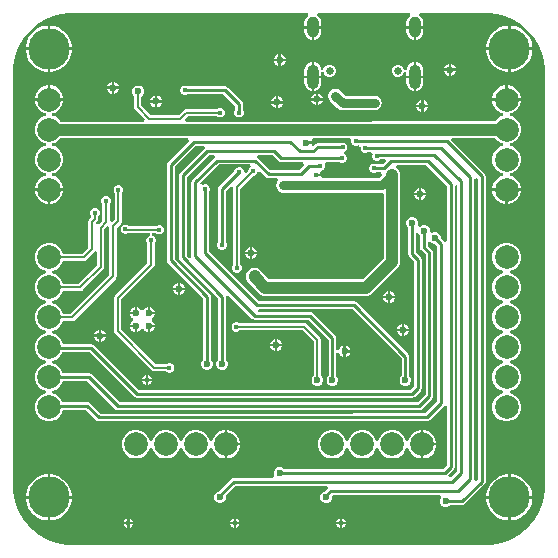
<source format=gbr>
%TF.GenerationSoftware,Altium Limited,Altium Designer,24.5.2 (23)*%
G04 Layer_Physical_Order=2*
G04 Layer_Color=16711680*
%FSLAX45Y45*%
%MOMM*%
%TF.SameCoordinates,5BA462C2-C504-45FF-B61C-4F2A3F915A71*%
%TF.FilePolarity,Positive*%
%TF.FileFunction,Copper,L2,Bot,Signal*%
%TF.Part,Single*%
G01*
G75*
%TA.AperFunction,Conductor*%
%ADD10C,0.20000*%
%ADD32C,1.00000*%
%ADD35C,0.25000*%
%ADD36C,0.80000*%
%TA.AperFunction,ViaPad*%
%ADD41C,3.50000*%
%TA.AperFunction,ComponentPad*%
%ADD42C,2.00000*%
%TA.AperFunction,TestPad*%
%ADD43O,1.00000X2.10000*%
%ADD44C,0.65000*%
%ADD45O,1.00000X1.80000*%
%TA.AperFunction,ViaPad*%
%ADD46C,0.40000*%
%ADD47C,0.60000*%
%TA.AperFunction,Conductor*%
%ADD48R,5.99651X5.98825*%
%ADD49R,5.39954X5.39954*%
G36*
X8649999Y11399999D02*
X8650000Y11399999D01*
X8650000Y11399999D01*
X8682771Y11399999D01*
X8747754Y11391444D01*
X8811064Y11374481D01*
X8871619Y11349398D01*
X8928381Y11316627D01*
X8980381Y11276726D01*
X9026727Y11230380D01*
X9066627Y11178381D01*
X9099399Y11121618D01*
X9124481Y11061064D01*
X9141445Y10997754D01*
X9150000Y10932771D01*
X9149999Y10899999D01*
X9150000Y7399999D01*
X9149999Y7399999D01*
X9150000Y7367227D01*
X9141445Y7302245D01*
X9124481Y7238934D01*
X9099398Y7178380D01*
X9066627Y7121618D01*
X9026726Y7069619D01*
X8980380Y7023272D01*
X8928381Y6983372D01*
X8871619Y6950600D01*
X8811064Y6925518D01*
X8747754Y6908554D01*
X8682771Y6899999D01*
X8649999Y6899999D01*
X5150000D01*
X5117228Y6899999D01*
X5052245Y6908554D01*
X4988935Y6925518D01*
X4928381Y6950601D01*
X4871619Y6983372D01*
X4819620Y7023272D01*
X4773273Y7069619D01*
X4733373Y7121618D01*
X4700601Y7178380D01*
X4675519Y7238934D01*
X4658555Y7302244D01*
X4650000Y7367227D01*
X4650000Y7399999D01*
Y10899999D01*
X4650001Y10899999D01*
X4650000Y10899999D01*
X4650000Y10932770D01*
X4658555Y10997753D01*
X4675519Y11061063D01*
X4700601Y11121618D01*
X4733373Y11178380D01*
X4773273Y11230380D01*
X4819619Y11276726D01*
X4871618Y11316626D01*
X4928381Y11349398D01*
X4988935Y11374480D01*
X5052245Y11391444D01*
X5117228Y11399999D01*
X5150000Y11399999D01*
X7142850Y11399999D01*
X7148336Y11386109D01*
X7148379Y11379999D01*
X7135576Y11370175D01*
X7124355Y11355552D01*
X7117302Y11338524D01*
X7114896Y11320250D01*
Y11290251D01*
X7185500D01*
X7256104D01*
Y11320250D01*
X7253698Y11338524D01*
X7246645Y11355552D01*
X7235424Y11370175D01*
X7222621Y11379999D01*
X7222664Y11386109D01*
X7228150Y11399999D01*
X8006850Y11400000D01*
X8012336Y11386109D01*
X8012379Y11380000D01*
X7999575Y11370175D01*
X7988355Y11355552D01*
X7981302Y11338524D01*
X7978896Y11320250D01*
Y11290251D01*
X8049500D01*
X8120104D01*
Y11320250D01*
X8117698Y11338524D01*
X8110644Y11355552D01*
X8099424Y11370175D01*
X8086620Y11380000D01*
X8086663Y11386109D01*
X8092149Y11400000D01*
X8100000D01*
X8649999Y11399999D01*
D02*
G37*
%LPC*%
G36*
X7256104Y11270251D02*
X7195500D01*
Y11170963D01*
X7203774Y11172053D01*
X7220802Y11179106D01*
X7235424Y11190326D01*
X7246645Y11204949D01*
X7253698Y11221977D01*
X7256104Y11240251D01*
Y11270251D01*
D02*
G37*
G36*
X8120104D02*
X8059500D01*
Y11170963D01*
X8067773Y11172053D01*
X8084802Y11179106D01*
X8099424Y11190326D01*
X8110644Y11204949D01*
X8117698Y11221977D01*
X8120104Y11240251D01*
Y11270251D01*
D02*
G37*
G36*
X8039500D02*
X7978896D01*
Y11240251D01*
X7981302Y11221977D01*
X7988355Y11204949D01*
X7999575Y11190326D01*
X8014198Y11179106D01*
X8031226Y11172053D01*
X8039500Y11170963D01*
Y11270251D01*
D02*
G37*
G36*
X7175500D02*
X7114896D01*
Y11240251D01*
X7117302Y11221977D01*
X7124355Y11204949D01*
X7135576Y11190326D01*
X7150198Y11179106D01*
X7167226Y11172053D01*
X7175500Y11170963D01*
Y11270251D01*
D02*
G37*
G36*
X8869206Y11295000D02*
X8860000D01*
Y11110000D01*
X9045000D01*
Y11119206D01*
X9037506Y11156879D01*
X9022807Y11192367D01*
X9001466Y11224305D01*
X8974305Y11251466D01*
X8942367Y11272807D01*
X8906880Y11287506D01*
X8869206Y11295000D01*
D02*
G37*
G36*
X8840000D02*
X8830794D01*
X8793121Y11287506D01*
X8757633Y11272807D01*
X8725695Y11251466D01*
X8698534Y11224305D01*
X8677193Y11192367D01*
X8662494Y11156879D01*
X8655000Y11119206D01*
Y11110000D01*
X8840000D01*
Y11295000D01*
D02*
G37*
G36*
X4969206D02*
X4960000D01*
Y11110000D01*
X5145000D01*
Y11119206D01*
X5137506Y11156879D01*
X5122807Y11192367D01*
X5101466Y11224305D01*
X5074305Y11251466D01*
X5042367Y11272807D01*
X5006879Y11287506D01*
X4969206Y11295000D01*
D02*
G37*
G36*
X4940000D02*
X4930794D01*
X4893121Y11287506D01*
X4857633Y11272807D01*
X4825695Y11251466D01*
X4798534Y11224305D01*
X4777193Y11192367D01*
X4762494Y11156879D01*
X4755000Y11119206D01*
Y11110000D01*
X4940000D01*
Y11295000D01*
D02*
G37*
G36*
X6915000Y11052477D02*
Y11012500D01*
X6954977D01*
X6947388Y11030823D01*
X6933323Y11044888D01*
X6915000Y11052477D01*
D02*
G37*
G36*
X6895000D02*
X6876677Y11044888D01*
X6862612Y11030823D01*
X6855023Y11012500D01*
X6895000D01*
Y11052477D01*
D02*
G37*
G36*
X6954977Y10992500D02*
X6915000D01*
Y10952523D01*
X6933323Y10960112D01*
X6947388Y10974177D01*
X6954977Y10992500D01*
D02*
G37*
G36*
X6895000D02*
X6855023D01*
X6862612Y10974177D01*
X6876677Y10960112D01*
X6895000Y10952523D01*
Y10992500D01*
D02*
G37*
G36*
X8355000Y10972477D02*
Y10932500D01*
X8394977D01*
X8387388Y10950823D01*
X8373323Y10964888D01*
X8355000Y10972477D01*
D02*
G37*
G36*
X8335000D02*
X8316677Y10964888D01*
X8302612Y10950823D01*
X8295023Y10932500D01*
X8335000D01*
Y10972477D01*
D02*
G37*
G36*
X8039500Y10986538D02*
X8031226Y10985449D01*
X8014198Y10978395D01*
X7999575Y10967175D01*
X7988355Y10952553D01*
X7981302Y10935524D01*
X7979446Y10921427D01*
X7978895Y10917251D01*
X7959000Y10917502D01*
X7959000Y10922693D01*
X7951007Y10941989D01*
X7936239Y10956758D01*
X7916943Y10964750D01*
X7896057D01*
X7876761Y10956758D01*
X7861992Y10941989D01*
X7854000Y10922693D01*
Y10901808D01*
X7861992Y10882512D01*
X7876761Y10867743D01*
X7896057Y10859750D01*
X7916943D01*
X7936239Y10867743D01*
X7951007Y10882512D01*
X7957448Y10898061D01*
X7959000Y10901807D01*
X7978895Y10901556D01*
X7978896Y10897353D01*
Y10872251D01*
X8039500D01*
Y10986538D01*
D02*
G37*
G36*
X9045000Y11090000D02*
X8860000D01*
Y10905000D01*
X8869206D01*
X8906880Y10912494D01*
X8942367Y10927193D01*
X8974305Y10948534D01*
X9001466Y10975695D01*
X9022807Y11007633D01*
X9037506Y11043120D01*
X9045000Y11080794D01*
Y11090000D01*
D02*
G37*
G36*
X8840000D02*
X8655000D01*
Y11080794D01*
X8662494Y11043120D01*
X8677193Y11007633D01*
X8698534Y10975695D01*
X8725695Y10948534D01*
X8757633Y10927193D01*
X8793121Y10912494D01*
X8830794Y10905000D01*
X8840000D01*
Y11090000D01*
D02*
G37*
G36*
X5145000D02*
X4960000D01*
Y10905000D01*
X4969206D01*
X5006879Y10912494D01*
X5042367Y10927193D01*
X5074305Y10948534D01*
X5101466Y10975695D01*
X5122807Y11007633D01*
X5137506Y11043120D01*
X5145000Y11080794D01*
Y11090000D01*
D02*
G37*
G36*
X4940000D02*
X4755000D01*
Y11080794D01*
X4762494Y11043120D01*
X4777193Y11007633D01*
X4798534Y10975695D01*
X4825695Y10948534D01*
X4857633Y10927193D01*
X4893121Y10912494D01*
X4930794Y10905000D01*
X4940000D01*
Y11090000D01*
D02*
G37*
G36*
X8394977Y10912500D02*
X8355000D01*
Y10872523D01*
X8373323Y10880112D01*
X8387388Y10894177D01*
X8394977Y10912500D01*
D02*
G37*
G36*
X8335000D02*
X8295023D01*
X8302612Y10894177D01*
X8316677Y10880112D01*
X8335000Y10872523D01*
Y10912500D01*
D02*
G37*
G36*
X8059500Y10986538D02*
Y10872251D01*
X8120104D01*
Y10917251D01*
X8117698Y10935524D01*
X8110644Y10952553D01*
X8099424Y10967175D01*
X8084802Y10978395D01*
X8067773Y10985449D01*
X8059500Y10986538D01*
D02*
G37*
G36*
X7175501Y10986538D02*
X7167226Y10985449D01*
X7150198Y10978395D01*
X7135576Y10967175D01*
X7124355Y10952553D01*
X7117302Y10935524D01*
X7114896Y10917251D01*
Y10872251D01*
X7175501D01*
Y10986538D01*
D02*
G37*
G36*
X7195500Y10986538D02*
Y10872251D01*
X7256104D01*
Y10897353D01*
X7256104Y10901556D01*
X7276000Y10901807D01*
X7277552Y10898061D01*
X7283993Y10882512D01*
X7298761Y10867743D01*
X7318057Y10859750D01*
X7338943D01*
X7358239Y10867743D01*
X7373007Y10882512D01*
X7381000Y10901808D01*
Y10922693D01*
X7373007Y10941989D01*
X7358239Y10956758D01*
X7338943Y10964750D01*
X7318057D01*
X7298761Y10956758D01*
X7283993Y10941989D01*
X7276000Y10922693D01*
X7275999Y10917502D01*
X7256104Y10917251D01*
X7255554Y10921427D01*
X7253698Y10935524D01*
X7246645Y10952553D01*
X7235424Y10967175D01*
X7220802Y10978395D01*
X7203774Y10985449D01*
X7195500Y10986538D01*
D02*
G37*
G36*
X5502500Y10819977D02*
Y10780000D01*
X5542477D01*
X5534888Y10798323D01*
X5520823Y10812388D01*
X5502500Y10819977D01*
D02*
G37*
G36*
X5482500D02*
X5464177Y10812388D01*
X5450112Y10798323D01*
X5442523Y10780000D01*
X5482500D01*
Y10819977D01*
D02*
G37*
G36*
X8120104Y10852251D02*
X8059500D01*
Y10737963D01*
X8067773Y10739052D01*
X8084802Y10746106D01*
X8099424Y10757326D01*
X8110644Y10771948D01*
X8117698Y10788977D01*
X8120104Y10807250D01*
Y10852251D01*
D02*
G37*
G36*
X7256104D02*
X7195500D01*
Y10737963D01*
X7203774Y10739052D01*
X7220802Y10746106D01*
X7235424Y10757326D01*
X7246645Y10771948D01*
X7253698Y10788977D01*
X7256104Y10807250D01*
Y10852251D01*
D02*
G37*
G36*
X8039500D02*
X7978896D01*
Y10807250D01*
X7981302Y10788977D01*
X7988355Y10771948D01*
X7999575Y10757326D01*
X8014198Y10746106D01*
X8031226Y10739052D01*
X8039500Y10737963D01*
Y10852251D01*
D02*
G37*
G36*
X7175501D02*
X7114896D01*
Y10807250D01*
X7117302Y10788977D01*
X7124355Y10771948D01*
X7135576Y10757326D01*
X7150198Y10746106D01*
X7167226Y10739052D01*
X7175501Y10737963D01*
Y10852251D01*
D02*
G37*
G36*
X5542477Y10760000D02*
X5502500D01*
Y10720023D01*
X5520823Y10727612D01*
X5534888Y10741677D01*
X5542477Y10760000D01*
D02*
G37*
G36*
X5482500D02*
X5442523D01*
X5450112Y10741677D01*
X5464177Y10727612D01*
X5482500Y10720023D01*
Y10760000D01*
D02*
G37*
G36*
X7232500Y10719977D02*
Y10680000D01*
X7272477D01*
X7264888Y10698323D01*
X7250823Y10712388D01*
X7232500Y10719977D01*
D02*
G37*
G36*
X7212500D02*
X7194177Y10712388D01*
X7180112Y10698323D01*
X7172523Y10680000D01*
X7212500D01*
Y10719977D01*
D02*
G37*
G36*
X8842298Y10788000D02*
X8836500D01*
Y10678000D01*
X8946500D01*
Y10683798D01*
X8938322Y10714318D01*
X8922524Y10741682D01*
X8900182Y10764024D01*
X8872818Y10779822D01*
X8842298Y10788000D01*
D02*
G37*
G36*
X4968798D02*
X4963000D01*
Y10678000D01*
X5073000D01*
Y10683798D01*
X5064822Y10714318D01*
X5049024Y10741682D01*
X5026682Y10764024D01*
X4999318Y10779822D01*
X4968798Y10788000D01*
D02*
G37*
G36*
X8816500D02*
X8810702D01*
X8780182Y10779822D01*
X8752818Y10764024D01*
X8730476Y10741682D01*
X8714678Y10714318D01*
X8706500Y10683798D01*
Y10678000D01*
X8816500D01*
Y10788000D01*
D02*
G37*
G36*
X4943000D02*
X4937202D01*
X4906682Y10779822D01*
X4879318Y10764024D01*
X4856976Y10741682D01*
X4841178Y10714318D01*
X4833000Y10683798D01*
Y10678000D01*
X4943000D01*
Y10788000D01*
D02*
G37*
G36*
X5870000Y10702477D02*
Y10662500D01*
X5909978D01*
X5902388Y10680823D01*
X5888323Y10694888D01*
X5870000Y10702477D01*
D02*
G37*
G36*
X5850000D02*
X5831677Y10694888D01*
X5817612Y10680823D01*
X5810023Y10662500D01*
X5850000D01*
Y10702477D01*
D02*
G37*
G36*
X6895000Y10694977D02*
Y10655000D01*
X6934977D01*
X6927388Y10673323D01*
X6913323Y10687388D01*
X6895000Y10694977D01*
D02*
G37*
G36*
X6875000D02*
X6856677Y10687388D01*
X6842612Y10673323D01*
X6835023Y10655000D01*
X6875000D01*
Y10694977D01*
D02*
G37*
G36*
X8123750Y10663727D02*
Y10623750D01*
X8163727D01*
X8156138Y10642073D01*
X8142073Y10656138D01*
X8123750Y10663727D01*
D02*
G37*
G36*
X8103750D02*
X8085427Y10656138D01*
X8071362Y10642073D01*
X8063773Y10623750D01*
X8103750D01*
Y10663727D01*
D02*
G37*
G36*
X7272477Y10660000D02*
X7232500D01*
Y10620023D01*
X7250823Y10627612D01*
X7264888Y10641677D01*
X7272477Y10660000D01*
D02*
G37*
G36*
X7212500D02*
X7172523D01*
X7180112Y10641677D01*
X7194177Y10627612D01*
X7212500Y10620023D01*
Y10660000D01*
D02*
G37*
G36*
X5909978Y10642500D02*
X5870000D01*
Y10602523D01*
X5888323Y10610112D01*
X5902388Y10624177D01*
X5909978Y10642500D01*
D02*
G37*
G36*
X5850000D02*
X5810023D01*
X5817612Y10624177D01*
X5831677Y10610112D01*
X5850000Y10602523D01*
Y10642500D01*
D02*
G37*
G36*
X6934977Y10635000D02*
X6895000D01*
Y10595023D01*
X6913323Y10602612D01*
X6927388Y10616677D01*
X6934977Y10635000D01*
D02*
G37*
G36*
X6875000D02*
X6835023D01*
X6842612Y10616677D01*
X6856677Y10602612D01*
X6875000Y10595023D01*
Y10635000D01*
D02*
G37*
G36*
X7377500Y10761175D02*
X7354089Y10756519D01*
X7334243Y10743257D01*
X7320981Y10723411D01*
X7316325Y10700000D01*
X7320981Y10676589D01*
X7334243Y10656742D01*
X7394243Y10596742D01*
X7414089Y10583481D01*
X7437500Y10578825D01*
X7710000D01*
X7733411Y10583481D01*
X7753258Y10596743D01*
X7766519Y10616589D01*
X7771175Y10640000D01*
X7766519Y10663411D01*
X7753258Y10683258D01*
X7733411Y10696519D01*
X7710000Y10701175D01*
X7462840D01*
X7420758Y10743257D01*
X7400911Y10756519D01*
X7377500Y10761175D01*
D02*
G37*
G36*
X8163727Y10603750D02*
X8123750D01*
Y10563773D01*
X8142073Y10571362D01*
X8156138Y10585427D01*
X8163727Y10603750D01*
D02*
G37*
G36*
X8103750D02*
X8063773D01*
X8071362Y10585427D01*
X8085427Y10571362D01*
X8103750Y10563773D01*
Y10603750D01*
D02*
G37*
G36*
X6112957Y10787500D02*
X6097043D01*
X6082342Y10781410D01*
X6071090Y10770158D01*
X6065000Y10755457D01*
Y10739543D01*
X6071090Y10724842D01*
X6082342Y10713590D01*
X6097043Y10707500D01*
X6112957D01*
X6127658Y10713590D01*
X6128432Y10714363D01*
X6428775D01*
X6526864Y10616275D01*
Y10580932D01*
X6526090Y10580158D01*
X6520000Y10565457D01*
Y10549544D01*
X6526090Y10534842D01*
X6537342Y10523590D01*
X6552044Y10517500D01*
X6567957D01*
X6582658Y10523590D01*
X6593910Y10534842D01*
X6600000Y10549544D01*
Y10565457D01*
X6593910Y10580158D01*
X6593137Y10580932D01*
Y10630000D01*
X6590614Y10642681D01*
X6583431Y10653431D01*
X6465931Y10770931D01*
X6455181Y10778114D01*
X6442500Y10780637D01*
X6128432D01*
X6127658Y10781410D01*
X6112957Y10787500D01*
D02*
G37*
G36*
X5717446D02*
X5697554D01*
X5679177Y10779888D01*
X5665112Y10765823D01*
X5657500Y10747446D01*
Y10727554D01*
X5665112Y10709177D01*
X5671912Y10702377D01*
Y10605001D01*
X5671912Y10605000D01*
X5674241Y10593295D01*
X5680871Y10583371D01*
X5762415Y10501827D01*
X5754131Y10481827D01*
X5052404D01*
X5049024Y10487682D01*
X5026682Y10510024D01*
X4999318Y10525822D01*
X4981311Y10530647D01*
Y10551353D01*
X4999318Y10556178D01*
X5026682Y10571976D01*
X5049024Y10594318D01*
X5064822Y10621682D01*
X5073000Y10652202D01*
Y10658000D01*
X4953000D01*
X4833000D01*
Y10652202D01*
X4841178Y10621682D01*
X4856976Y10594318D01*
X4879318Y10571976D01*
X4906682Y10556178D01*
X4924689Y10551353D01*
Y10530647D01*
X4906682Y10525822D01*
X4879318Y10510024D01*
X4856976Y10487682D01*
X4841178Y10460318D01*
X4833000Y10429798D01*
Y10398202D01*
X4841178Y10367682D01*
X4856976Y10340318D01*
X4879318Y10317976D01*
X4906682Y10302178D01*
X4924689Y10297353D01*
Y10276647D01*
X4906682Y10271822D01*
X4879318Y10256024D01*
X4856976Y10233682D01*
X4841178Y10206318D01*
X4833000Y10175798D01*
Y10144202D01*
X4841178Y10113682D01*
X4856976Y10086318D01*
X4879318Y10063976D01*
X4906682Y10048178D01*
X4924689Y10043353D01*
Y10022647D01*
X4906682Y10017822D01*
X4879318Y10002024D01*
X4856976Y9979682D01*
X4841178Y9952318D01*
X4833000Y9921798D01*
Y9916000D01*
X4953000D01*
X5073000D01*
Y9921798D01*
X5064822Y9952318D01*
X5049024Y9979682D01*
X5026682Y10002024D01*
X4999318Y10017822D01*
X4981311Y10022647D01*
Y10043353D01*
X4999318Y10048178D01*
X5026682Y10063976D01*
X5049024Y10086318D01*
X5064822Y10113682D01*
X5073000Y10144202D01*
Y10175798D01*
X5064822Y10206318D01*
X5049024Y10233682D01*
X5026682Y10256024D01*
X4999318Y10271822D01*
X4981311Y10276647D01*
Y10297353D01*
X4999318Y10302178D01*
X5026682Y10317976D01*
X5049024Y10340318D01*
X5049198Y10340620D01*
X6130473D01*
X6138757Y10320620D01*
X5959069Y10140931D01*
X5951886Y10130181D01*
X5949364Y10117500D01*
Y9307500D01*
X5951886Y9294819D01*
X5959069Y9284069D01*
X6256864Y8986274D01*
Y8467574D01*
X6247612Y8458323D01*
X6240000Y8439946D01*
Y8420054D01*
X6247612Y8401677D01*
X6261677Y8387612D01*
X6280054Y8380000D01*
X6299946D01*
X6318323Y8387612D01*
X6332388Y8401677D01*
X6340000Y8420054D01*
Y8439946D01*
X6332388Y8458323D01*
X6323137Y8467574D01*
Y9000000D01*
X6320614Y9012681D01*
X6313431Y9023431D01*
X6015637Y9321225D01*
Y10103775D01*
X6191226Y10279363D01*
X6260938D01*
X6263471Y10276068D01*
X6269069Y10255931D01*
X6064069Y10050931D01*
X6056886Y10040181D01*
X6054363Y10027500D01*
Y9332501D01*
X6056886Y9319820D01*
X6064069Y9309070D01*
X6386864Y8986275D01*
Y8467574D01*
X6377612Y8458323D01*
X6370000Y8439946D01*
Y8420054D01*
X6377612Y8401677D01*
X6391677Y8387612D01*
X6410054Y8380000D01*
X6429946D01*
X6448323Y8387612D01*
X6462388Y8401677D01*
X6470000Y8420054D01*
Y8439946D01*
X6462388Y8458323D01*
X6453137Y8467574D01*
Y9000000D01*
X6452090Y9005264D01*
X6470522Y9015116D01*
X6671569Y8814069D01*
X6682319Y8806886D01*
X6695000Y8804363D01*
X7151274D01*
X7319363Y8636274D01*
Y8330074D01*
X7310112Y8320823D01*
X7302500Y8302446D01*
Y8282554D01*
X7310112Y8264177D01*
X7324177Y8250112D01*
X7342554Y8242500D01*
X7362446D01*
X7380823Y8250112D01*
X7394888Y8264177D01*
X7402500Y8282554D01*
Y8302446D01*
X7394888Y8320823D01*
X7385636Y8330074D01*
Y8524972D01*
X7404959Y8526608D01*
X7412571Y8508231D01*
X7426636Y8494165D01*
X7444959Y8486576D01*
Y8536553D01*
Y8586531D01*
X7426636Y8578941D01*
X7412571Y8564876D01*
X7404959Y8546499D01*
X7385636Y8548135D01*
Y8650000D01*
X7383114Y8662681D01*
X7375931Y8673431D01*
X7188431Y8860931D01*
X7177681Y8868114D01*
X7165000Y8870637D01*
X6720570D01*
X6720468Y8870696D01*
X6718416Y8874363D01*
X6730141Y8894363D01*
X7521275D01*
X7936863Y8478775D01*
Y8330074D01*
X7927612Y8320823D01*
X7920000Y8302446D01*
Y8282554D01*
X7927612Y8264177D01*
X7941677Y8250112D01*
X7960054Y8242500D01*
X7979946D01*
X7998323Y8250112D01*
X8012388Y8264177D01*
X8020000Y8282554D01*
Y8302446D01*
X8012388Y8320823D01*
X8003137Y8330074D01*
Y8492500D01*
X8000614Y8505181D01*
X7993431Y8515931D01*
X7558431Y8950931D01*
X7547681Y8958114D01*
X7535000Y8960637D01*
X6731226D01*
X6305637Y9386226D01*
Y9886568D01*
X6306410Y9887342D01*
X6312500Y9902043D01*
Y9917957D01*
X6306410Y9932658D01*
X6295158Y9943910D01*
X6280457Y9950000D01*
X6264543D01*
X6255475Y9946244D01*
X6237640Y9952082D01*
X6232902Y9955254D01*
X6231361Y9961999D01*
X6388726Y10119363D01*
X6657993D01*
X6661971Y10099363D01*
X6654842Y10096410D01*
X6643590Y10085158D01*
X6637500Y10070457D01*
Y10065758D01*
X6622500Y10050758D01*
X6602500Y10059042D01*
Y10062957D01*
X6596410Y10077658D01*
X6585158Y10088910D01*
X6570457Y10095000D01*
X6554543D01*
X6539842Y10088910D01*
X6528590Y10077658D01*
X6522500Y10062957D01*
Y10061862D01*
X6394069Y9933431D01*
X6386886Y9922681D01*
X6384363Y9910000D01*
Y9460932D01*
X6383590Y9460158D01*
X6377500Y9445457D01*
Y9429543D01*
X6383590Y9414842D01*
X6394842Y9403590D01*
X6409543Y9397500D01*
X6425457D01*
X6440158Y9403590D01*
X6451410Y9414842D01*
X6457500Y9429543D01*
Y9445457D01*
X6451410Y9460158D01*
X6450637Y9460932D01*
Y9896275D01*
X6493919Y9939556D01*
X6512350Y9929704D01*
X6511912Y9927500D01*
X6511912Y9927499D01*
Y9268481D01*
X6508590Y9265158D01*
X6502500Y9250456D01*
Y9234543D01*
X6508590Y9219842D01*
X6519842Y9208590D01*
X6534543Y9202500D01*
X6550457D01*
X6565158Y9208590D01*
X6576410Y9219842D01*
X6582500Y9234543D01*
Y9250456D01*
X6576410Y9265158D01*
X6573088Y9268481D01*
Y9914830D01*
X6680758Y10022500D01*
X6685457D01*
X6700158Y10028590D01*
X6711410Y10039842D01*
X6717500Y10054544D01*
Y10057354D01*
X6737500Y10065638D01*
X6789069Y10014069D01*
X6799819Y10006886D01*
X6812500Y10004364D01*
X6883589D01*
X6889197Y9991566D01*
X6890811Y9984364D01*
X6878481Y9965911D01*
X6873825Y9942500D01*
X6878481Y9919089D01*
X6891743Y9899243D01*
X6911589Y9885981D01*
X6935000Y9881325D01*
X7140349D01*
X7145502Y9875124D01*
X7152896Y9861324D01*
X7152131Y9857477D01*
Y9317523D01*
X7153683Y9309719D01*
X7158103Y9303104D01*
X7164719Y9298683D01*
X7172523Y9297131D01*
X7712477D01*
X7720281Y9298683D01*
X7726896Y9303104D01*
X7731317Y9309719D01*
X7732869Y9317523D01*
Y9857477D01*
X7732104Y9861324D01*
X7739497Y9875124D01*
X7744651Y9881325D01*
X7770000D01*
X7771436Y9881610D01*
X7786896Y9868922D01*
Y9326745D01*
X7608255Y9148104D01*
X6811745D01*
X6754774Y9205075D01*
X6753645Y9207802D01*
X6742424Y9222425D01*
X6727802Y9233645D01*
X6710773Y9240698D01*
X6692500Y9243104D01*
X6674226Y9240698D01*
X6657198Y9233645D01*
X6642575Y9222425D01*
X6631355Y9207802D01*
X6624302Y9190774D01*
X6621896Y9172500D01*
Y9167500D01*
X6624302Y9149227D01*
X6631355Y9132198D01*
X6642575Y9117576D01*
X6732576Y9027576D01*
X6747198Y9016355D01*
X6764227Y9009302D01*
X6782500Y9006896D01*
X7633716D01*
X7635608Y9007145D01*
X7637500Y9006896D01*
X7655774Y9009302D01*
X7672802Y9016355D01*
X7687425Y9027576D01*
X7907424Y9247575D01*
X7918645Y9262198D01*
X7925698Y9279226D01*
X7928104Y9297500D01*
Y10030000D01*
X7925698Y10048274D01*
X7918645Y10065302D01*
X7907424Y10079924D01*
X7892802Y10091145D01*
X7891067Y10091863D01*
X7895045Y10111863D01*
X8143775D01*
X8319363Y9936275D01*
Y9469361D01*
X8299363Y9463294D01*
X8295931Y9468431D01*
X8270000Y9494362D01*
Y9507446D01*
X8262388Y9525823D01*
X8248323Y9539888D01*
X8229946Y9547500D01*
X8210054D01*
X8195612Y9541518D01*
X8185620Y9546227D01*
X8184592Y9546937D01*
X8177500Y9553995D01*
Y9569946D01*
X8169888Y9588323D01*
X8155823Y9602388D01*
X8137445Y9610000D01*
X8117554D01*
X8099177Y9602388D01*
X8090171Y9593382D01*
X8073216Y9604711D01*
X8077500Y9615054D01*
Y9634946D01*
X8069888Y9653323D01*
X8055823Y9667388D01*
X8037446Y9675000D01*
X8017554D01*
X7999177Y9667388D01*
X7985112Y9653323D01*
X7977500Y9634946D01*
Y9615054D01*
X7985112Y9596677D01*
X7994363Y9587426D01*
Y9360000D01*
X7996886Y9347319D01*
X8004069Y9336569D01*
X8041864Y9298774D01*
Y8241226D01*
X8011275Y8210637D01*
X5711226D01*
X5334286Y8587576D01*
X5323536Y8594759D01*
X5310855Y8597282D01*
X5070593D01*
X5064822Y8618818D01*
X5049024Y8646182D01*
X5026682Y8668524D01*
X4999318Y8684322D01*
X4981311Y8689147D01*
Y8709853D01*
X4999318Y8714678D01*
X5026682Y8730476D01*
X5049024Y8752818D01*
X5064822Y8780182D01*
X5069037Y8795912D01*
X5148999D01*
X5149000Y8795912D01*
X5160705Y8798241D01*
X5170629Y8804871D01*
X5516628Y9150870D01*
X5516629Y9150871D01*
X5523259Y9160794D01*
X5525588Y9172500D01*
Y9582330D01*
X5561628Y9618371D01*
X5561629Y9618371D01*
X5568259Y9628295D01*
X5570588Y9640000D01*
X5570588Y9640001D01*
Y9879019D01*
X5573910Y9882342D01*
X5580000Y9897043D01*
Y9912957D01*
X5573910Y9927658D01*
X5562658Y9938910D01*
X5547957Y9945000D01*
X5532044D01*
X5517342Y9938910D01*
X5506090Y9927658D01*
X5500000Y9912957D01*
Y9897043D01*
X5506090Y9882342D01*
X5509412Y9879019D01*
Y9652670D01*
X5484811Y9628069D01*
X5484649Y9628085D01*
X5465588Y9637130D01*
Y9786519D01*
X5468910Y9789842D01*
X5475000Y9804544D01*
Y9820457D01*
X5468910Y9835158D01*
X5457658Y9846410D01*
X5442957Y9852500D01*
X5427044D01*
X5412342Y9846410D01*
X5401090Y9835158D01*
X5395000Y9820457D01*
Y9804544D01*
X5401090Y9789842D01*
X5404412Y9786519D01*
Y9642670D01*
X5373554Y9611811D01*
X5355142Y9616127D01*
X5352339Y9618140D01*
X5350876Y9627618D01*
X5361629Y9638371D01*
X5368259Y9648295D01*
X5370588Y9660000D01*
X5370588Y9660001D01*
Y9681519D01*
X5376410Y9687342D01*
X5382500Y9702043D01*
Y9717956D01*
X5376410Y9732658D01*
X5365158Y9743910D01*
X5350457Y9750000D01*
X5334544D01*
X5319842Y9743910D01*
X5308590Y9732658D01*
X5302500Y9717956D01*
Y9702043D01*
X5308590Y9687342D01*
X5309412Y9686519D01*
Y9672670D01*
X5293371Y9656629D01*
X5286741Y9646705D01*
X5284412Y9635000D01*
X5284412Y9634999D01*
Y9415170D01*
X5234330Y9365088D01*
X5069037D01*
X5064822Y9380818D01*
X5049024Y9408182D01*
X5026682Y9430524D01*
X4999318Y9446322D01*
X4968798Y9454500D01*
X4937202D01*
X4906682Y9446322D01*
X4879318Y9430524D01*
X4856976Y9408182D01*
X4841178Y9380818D01*
X4833000Y9350298D01*
Y9318702D01*
X4841178Y9288182D01*
X4856976Y9260818D01*
X4879318Y9238476D01*
X4906682Y9222678D01*
X4924689Y9217853D01*
Y9197147D01*
X4906682Y9192322D01*
X4879318Y9176524D01*
X4856976Y9154182D01*
X4841178Y9126818D01*
X4833000Y9096298D01*
Y9064702D01*
X4841178Y9034182D01*
X4856976Y9006818D01*
X4879318Y8984476D01*
X4906682Y8968678D01*
X4924689Y8963853D01*
Y8943147D01*
X4906682Y8938322D01*
X4879318Y8922524D01*
X4856976Y8900182D01*
X4841178Y8872818D01*
X4833000Y8842298D01*
Y8810702D01*
X4841178Y8780182D01*
X4856976Y8752818D01*
X4879318Y8730476D01*
X4906682Y8714678D01*
X4924689Y8709853D01*
Y8689147D01*
X4906682Y8684322D01*
X4879318Y8668524D01*
X4856976Y8646182D01*
X4841178Y8618818D01*
X4833000Y8588298D01*
Y8556702D01*
X4841178Y8526182D01*
X4856976Y8498818D01*
X4879318Y8476476D01*
X4906682Y8460678D01*
X4924689Y8455853D01*
Y8435147D01*
X4906682Y8430322D01*
X4879318Y8414524D01*
X4856976Y8392182D01*
X4841178Y8364818D01*
X4833000Y8334298D01*
Y8302702D01*
X4841178Y8272182D01*
X4856976Y8244818D01*
X4879318Y8222476D01*
X4906682Y8206678D01*
X4924689Y8201853D01*
Y8181147D01*
X4906682Y8176322D01*
X4879318Y8160524D01*
X4856976Y8138182D01*
X4841178Y8110818D01*
X4833000Y8080298D01*
Y8048702D01*
X4841178Y8018182D01*
X4856976Y7990818D01*
X4879318Y7968476D01*
X4906682Y7952678D01*
X4937202Y7944500D01*
X4968798D01*
X4999318Y7952678D01*
X5026682Y7968476D01*
X5049024Y7990818D01*
X5064822Y8018182D01*
X5071168Y8041864D01*
X5263774D01*
X5351569Y7954069D01*
X5362319Y7946886D01*
X5375000Y7944363D01*
X7523800D01*
X7530085Y7945614D01*
X8151250D01*
X8163931Y7948136D01*
X8174681Y7955319D01*
X8295931Y8076569D01*
X8299363Y8081705D01*
X8319363Y8075639D01*
Y7571226D01*
X8288774Y7540636D01*
X6942574D01*
X6933323Y7549888D01*
X6914946Y7557500D01*
X6895054D01*
X6876677Y7549888D01*
X6862612Y7535823D01*
X6855000Y7517445D01*
Y7497554D01*
X6859936Y7485637D01*
X6850021Y7465637D01*
X6515000D01*
X6502319Y7463114D01*
X6491569Y7455931D01*
X6382515Y7346877D01*
X6371677Y7342388D01*
X6357612Y7328323D01*
X6350000Y7309946D01*
Y7290054D01*
X6357612Y7271677D01*
X6371677Y7257612D01*
X6390054Y7250000D01*
X6409946D01*
X6428323Y7257612D01*
X6442388Y7271677D01*
X6450000Y7290054D01*
Y7309946D01*
X6446868Y7317506D01*
X6528726Y7399363D01*
X7308983D01*
X7315050Y7379363D01*
X7314902Y7379264D01*
X7282515Y7346877D01*
X7271677Y7342388D01*
X7257612Y7328323D01*
X7250000Y7309946D01*
Y7290054D01*
X7257612Y7271677D01*
X7271677Y7257612D01*
X7290054Y7250000D01*
X7309946D01*
X7328323Y7257612D01*
X7342388Y7271677D01*
X7350000Y7290054D01*
Y7309945D01*
X7366366Y7322697D01*
X8266201D01*
X8274486Y7302697D01*
X8267612Y7295823D01*
X8260000Y7277446D01*
Y7257554D01*
X8267612Y7239177D01*
X8281677Y7225112D01*
X8300054Y7217500D01*
X8319946D01*
X8338323Y7225112D01*
X8347574Y7234363D01*
X8447500D01*
X8460181Y7236886D01*
X8470931Y7244069D01*
X8638431Y7411569D01*
X8645614Y7422319D01*
X8648136Y7435000D01*
Y10019999D01*
X8648137Y10020000D01*
X8645614Y10032681D01*
X8638431Y10043431D01*
X8358466Y10323396D01*
X8366750Y10343396D01*
X8728699D01*
X8730476Y10340318D01*
X8752818Y10317976D01*
X8780182Y10302178D01*
X8798189Y10297353D01*
Y10276647D01*
X8780182Y10271822D01*
X8752818Y10256024D01*
X8730476Y10233682D01*
X8714678Y10206318D01*
X8706500Y10175798D01*
Y10144202D01*
X8714678Y10113682D01*
X8730476Y10086318D01*
X8752818Y10063976D01*
X8780182Y10048178D01*
X8798189Y10043353D01*
Y10022647D01*
X8780182Y10017822D01*
X8752818Y10002024D01*
X8730476Y9979682D01*
X8714678Y9952318D01*
X8706500Y9921798D01*
Y9916000D01*
X8826500D01*
X8946500D01*
Y9921798D01*
X8938322Y9952318D01*
X8922524Y9979682D01*
X8900182Y10002024D01*
X8872818Y10017822D01*
X8854811Y10022647D01*
Y10043353D01*
X8872818Y10048178D01*
X8900182Y10063976D01*
X8922524Y10086318D01*
X8938322Y10113682D01*
X8946500Y10144202D01*
Y10175798D01*
X8938322Y10206318D01*
X8922524Y10233682D01*
X8900182Y10256024D01*
X8872818Y10271822D01*
X8854811Y10276647D01*
Y10297353D01*
X8872818Y10302178D01*
X8900182Y10317976D01*
X8922524Y10340318D01*
X8938322Y10367682D01*
X8946500Y10398202D01*
Y10429798D01*
X8938322Y10460318D01*
X8922524Y10487682D01*
X8900182Y10510024D01*
X8872818Y10525822D01*
X8854811Y10530647D01*
Y10551353D01*
X8872818Y10556178D01*
X8900182Y10571976D01*
X8922524Y10594318D01*
X8938322Y10621682D01*
X8946500Y10652202D01*
Y10658000D01*
X8826500D01*
X8706500D01*
Y10652202D01*
X8714678Y10621682D01*
X8730476Y10594318D01*
X8752818Y10571976D01*
X8780182Y10556178D01*
X8798189Y10551353D01*
Y10530647D01*
X8780182Y10525822D01*
X8752818Y10510024D01*
X8730476Y10487682D01*
X8728699Y10484604D01*
X7689000D01*
X7677606Y10483104D01*
X7282500D01*
X7272806Y10481827D01*
X6110870D01*
X6102585Y10501827D01*
X6127670Y10526912D01*
X6372858D01*
X6376181Y10523590D01*
X6390883Y10517500D01*
X6406796D01*
X6421497Y10523590D01*
X6432749Y10534842D01*
X6438839Y10549544D01*
Y10565457D01*
X6432749Y10580158D01*
X6421497Y10591410D01*
X6406796Y10597500D01*
X6390883D01*
X6376181Y10591410D01*
X6372858Y10588088D01*
X6115000D01*
X6103295Y10585759D01*
X6093371Y10579129D01*
X6093371Y10579128D01*
X6052330Y10538088D01*
X5812670D01*
X5733088Y10617670D01*
Y10693979D01*
X5735823Y10695112D01*
X5749888Y10709177D01*
X5757500Y10727554D01*
Y10747446D01*
X5749888Y10765823D01*
X5735823Y10779888D01*
X5717446Y10787500D01*
D02*
G37*
G36*
X8105000Y9919977D02*
Y9880000D01*
X8144977D01*
X8137388Y9898323D01*
X8123323Y9912388D01*
X8105000Y9919977D01*
D02*
G37*
G36*
X8085000D02*
X8066677Y9912388D01*
X8052612Y9898323D01*
X8045023Y9880000D01*
X8085000D01*
Y9919977D01*
D02*
G37*
G36*
X8144977Y9860000D02*
X8105000D01*
Y9820023D01*
X8123323Y9827612D01*
X8137388Y9841677D01*
X8144977Y9860000D01*
D02*
G37*
G36*
X8085000D02*
X8045023D01*
X8052612Y9841677D01*
X8066677Y9827612D01*
X8085000Y9820023D01*
Y9860000D01*
D02*
G37*
G36*
X8946500Y9896000D02*
X8836500D01*
Y9786000D01*
X8842298D01*
X8872818Y9794178D01*
X8900182Y9809976D01*
X8922524Y9832318D01*
X8938322Y9859682D01*
X8946500Y9890202D01*
Y9896000D01*
D02*
G37*
G36*
X8816500D02*
X8706500D01*
Y9890202D01*
X8714678Y9859682D01*
X8730476Y9832318D01*
X8752818Y9809976D01*
X8780182Y9794178D01*
X8810702Y9786000D01*
X8816500D01*
Y9896000D01*
D02*
G37*
G36*
X5073000D02*
X4963000D01*
Y9786000D01*
X4968798D01*
X4999318Y9794178D01*
X5026682Y9809976D01*
X5049024Y9832318D01*
X5064822Y9859682D01*
X5073000Y9890202D01*
Y9896000D01*
D02*
G37*
G36*
X4943000D02*
X4833000D01*
Y9890202D01*
X4841178Y9859682D01*
X4856976Y9832318D01*
X4879318Y9809976D01*
X4906682Y9794178D01*
X4937202Y9786000D01*
X4943000D01*
Y9896000D01*
D02*
G37*
G36*
X5607957Y9610000D02*
X5592043D01*
X5577342Y9603910D01*
X5566090Y9592658D01*
X5560000Y9577956D01*
Y9562043D01*
X5566090Y9547342D01*
X5577342Y9536090D01*
X5592043Y9530000D01*
X5607957D01*
X5622658Y9536090D01*
X5623480Y9536912D01*
X5659999D01*
X5660000Y9536912D01*
X5660003Y9536912D01*
X5808125D01*
X5809543Y9517500D01*
X5806421Y9516207D01*
X5794842Y9511410D01*
X5783590Y9500158D01*
X5777500Y9485457D01*
Y9469543D01*
X5783590Y9454842D01*
X5784412Y9454019D01*
Y9282670D01*
X5510871Y9009129D01*
X5504241Y8999206D01*
X5501912Y8987500D01*
X5501912Y8987499D01*
Y8710001D01*
X5501912Y8710000D01*
X5504241Y8698295D01*
X5510871Y8688371D01*
X5823371Y8375871D01*
X5833295Y8369241D01*
X5845000Y8366912D01*
X5946519D01*
X5949842Y8363590D01*
X5964544Y8357500D01*
X5980457D01*
X5995158Y8363590D01*
X6006410Y8374842D01*
X6012500Y8389544D01*
Y8405457D01*
X6006410Y8420158D01*
X5995158Y8431410D01*
X5980457Y8437500D01*
X5964544D01*
X5949842Y8431410D01*
X5946519Y8428088D01*
X5857670D01*
X5563088Y8722670D01*
Y8974830D01*
X5836628Y9248371D01*
X5836629Y9248371D01*
X5843259Y9258295D01*
X5845588Y9270000D01*
Y9449019D01*
X5851410Y9454842D01*
X5857500Y9469543D01*
Y9485457D01*
X5851410Y9500158D01*
X5840158Y9511410D01*
X5828579Y9516206D01*
X5825457Y9517500D01*
X5826875Y9536912D01*
X5861519D01*
X5864842Y9533590D01*
X5879543Y9527500D01*
X5895457D01*
X5910158Y9533590D01*
X5921410Y9544842D01*
X5927500Y9559543D01*
Y9575457D01*
X5921410Y9590158D01*
X5910158Y9601410D01*
X5895457Y9607500D01*
X5879543D01*
X5864842Y9601410D01*
X5861519Y9598088D01*
X5660001D01*
X5659999Y9598087D01*
X5628481D01*
X5622658Y9603910D01*
X5607957Y9610000D01*
D02*
G37*
G36*
X6672500Y9419977D02*
Y9380000D01*
X6712477D01*
X6704888Y9398323D01*
X6690823Y9412388D01*
X6672500Y9419977D01*
D02*
G37*
G36*
X6652500D02*
X6634177Y9412388D01*
X6620112Y9398323D01*
X6612523Y9380000D01*
X6652500D01*
Y9419977D01*
D02*
G37*
G36*
X6712477Y9360000D02*
X6672500D01*
Y9320023D01*
X6690823Y9327612D01*
X6704888Y9341677D01*
X6712477Y9360000D01*
D02*
G37*
G36*
X6652500D02*
X6612523D01*
X6620112Y9341677D01*
X6634177Y9327612D01*
X6652500Y9320023D01*
Y9360000D01*
D02*
G37*
G36*
X6062500Y9117477D02*
Y9077500D01*
X6102477D01*
X6094888Y9095823D01*
X6080823Y9109888D01*
X6062500Y9117477D01*
D02*
G37*
G36*
X6042500D02*
X6024177Y9109888D01*
X6010112Y9095823D01*
X6002523Y9077500D01*
X6042500D01*
Y9117477D01*
D02*
G37*
G36*
X6102477Y9057500D02*
X6062500D01*
Y9017523D01*
X6080823Y9025112D01*
X6094888Y9039177D01*
X6102477Y9057500D01*
D02*
G37*
G36*
X6042500D02*
X6002523D01*
X6010112Y9039177D01*
X6024177Y9025112D01*
X6042500Y9017523D01*
Y9057500D01*
D02*
G37*
G36*
X7842500Y9044977D02*
Y9005000D01*
X7882477D01*
X7874888Y9023323D01*
X7860823Y9037388D01*
X7842500Y9044977D01*
D02*
G37*
G36*
X7822500D02*
X7804177Y9037388D01*
X7790112Y9023323D01*
X7782523Y9005000D01*
X7822500D01*
Y9044977D01*
D02*
G37*
G36*
X7882477Y8985000D02*
X7842500D01*
Y8945023D01*
X7860823Y8952612D01*
X7874888Y8966677D01*
X7882477Y8985000D01*
D02*
G37*
G36*
X7822500D02*
X7782523D01*
X7790112Y8966677D01*
X7804177Y8952612D01*
X7822500Y8945023D01*
Y8985000D01*
D02*
G37*
G36*
X5787500Y8909977D02*
X5769177Y8902388D01*
X5755112Y8888323D01*
X5753324Y8884006D01*
X5731676D01*
X5729888Y8888323D01*
X5715823Y8902388D01*
X5697500Y8909977D01*
Y8860000D01*
X5687500D01*
Y8850000D01*
X5637523D01*
X5645112Y8831677D01*
X5659177Y8817612D01*
X5663494Y8815824D01*
Y8794176D01*
X5659177Y8792388D01*
X5645112Y8778323D01*
X5637523Y8760000D01*
X5687500D01*
Y8750000D01*
X5697500D01*
Y8700023D01*
X5715823Y8707612D01*
X5729888Y8721678D01*
X5731676Y8725994D01*
X5753324D01*
X5755112Y8721678D01*
X5769177Y8707612D01*
X5787500Y8700023D01*
Y8750000D01*
X5797500D01*
Y8760000D01*
X5847477D01*
X5839888Y8778323D01*
X5825823Y8792388D01*
X5821506Y8794176D01*
Y8815824D01*
X5825823Y8817612D01*
X5839888Y8831677D01*
X5847477Y8850000D01*
X5797500D01*
Y8860000D01*
X5787500D01*
Y8909977D01*
D02*
G37*
G36*
X5807500D02*
Y8870000D01*
X5847477D01*
X5839888Y8888323D01*
X5825823Y8902388D01*
X5807500Y8909977D01*
D02*
G37*
G36*
X5677500D02*
X5659177Y8902388D01*
X5645112Y8888323D01*
X5637523Y8870000D01*
X5677500D01*
Y8909977D01*
D02*
G37*
G36*
X7957500Y8769977D02*
Y8730000D01*
X7997477D01*
X7989888Y8748323D01*
X7975823Y8762388D01*
X7957500Y8769977D01*
D02*
G37*
G36*
X7937500D02*
X7919177Y8762388D01*
X7905112Y8748323D01*
X7897523Y8730000D01*
X7937500D01*
Y8769977D01*
D02*
G37*
G36*
X5847477Y8740000D02*
X5807500D01*
Y8700023D01*
X5825823Y8707612D01*
X5839888Y8721678D01*
X5847477Y8740000D01*
D02*
G37*
G36*
X5677500D02*
X5637523D01*
X5645112Y8721678D01*
X5659177Y8707612D01*
X5677500Y8700023D01*
Y8740000D01*
D02*
G37*
G36*
X5395000Y8719977D02*
Y8680000D01*
X5434977D01*
X5427388Y8698323D01*
X5413323Y8712388D01*
X5395000Y8719977D01*
D02*
G37*
G36*
X5375000D02*
X5356677Y8712388D01*
X5342612Y8698323D01*
X5335023Y8680000D01*
X5375000D01*
Y8719977D01*
D02*
G37*
G36*
X7997477Y8710000D02*
X7957500D01*
Y8670023D01*
X7975823Y8677612D01*
X7989888Y8691677D01*
X7997477Y8710000D01*
D02*
G37*
G36*
X7937500D02*
X7897523D01*
X7905112Y8691677D01*
X7919177Y8677612D01*
X7937500Y8670023D01*
Y8710000D01*
D02*
G37*
G36*
X5434977Y8660000D02*
X5395000D01*
Y8620023D01*
X5413323Y8627612D01*
X5427388Y8641677D01*
X5434977Y8660000D01*
D02*
G37*
G36*
X5375000D02*
X5335023D01*
X5342612Y8641677D01*
X5356677Y8627612D01*
X5375000Y8620023D01*
Y8660000D01*
D02*
G37*
G36*
X6886710Y8638268D02*
Y8598291D01*
X6926687D01*
X6919098Y8616613D01*
X6905032Y8630679D01*
X6886710Y8638268D01*
D02*
G37*
G36*
X6866710D02*
X6848387Y8630679D01*
X6834322Y8616613D01*
X6826732Y8598291D01*
X6866710D01*
Y8638268D01*
D02*
G37*
G36*
X7464959Y8586531D02*
Y8546553D01*
X7504936D01*
X7497347Y8564876D01*
X7483282Y8578941D01*
X7464959Y8586531D01*
D02*
G37*
G36*
X6926687Y8578291D02*
X6886710D01*
Y8538313D01*
X6905032Y8545903D01*
X6919098Y8559968D01*
X6926687Y8578291D01*
D02*
G37*
G36*
X6866710D02*
X6826732D01*
X6834322Y8559968D01*
X6848387Y8545903D01*
X6866710Y8538313D01*
Y8578291D01*
D02*
G37*
G36*
X7504936Y8526553D02*
X7464959D01*
Y8486576D01*
X7483282Y8494165D01*
X7497347Y8508231D01*
X7504936Y8526553D01*
D02*
G37*
G36*
X5792500Y8334154D02*
Y8305000D01*
X5821654D01*
X5816411Y8317658D01*
X5805159Y8328910D01*
X5792500Y8334154D01*
D02*
G37*
G36*
X5772501D02*
X5759842Y8328910D01*
X5748590Y8317658D01*
X5743347Y8305000D01*
X5772501D01*
Y8334154D01*
D02*
G37*
G36*
X5821654Y8285000D02*
X5792500D01*
Y8255847D01*
X5805159Y8261090D01*
X5816411Y8272342D01*
X5821654Y8285000D01*
D02*
G37*
G36*
X5772501D02*
X5743347D01*
X5748590Y8272342D01*
X5759842Y8261090D01*
X5772501Y8255847D01*
Y8285000D01*
D02*
G37*
G36*
X6545457Y8785000D02*
X6529543D01*
X6514842Y8778910D01*
X6503590Y8767658D01*
X6497500Y8752957D01*
Y8737043D01*
X6503590Y8722342D01*
X6514842Y8711090D01*
X6529543Y8705000D01*
X6545457D01*
X6560158Y8711090D01*
X6563481Y8714412D01*
X7099830D01*
X7194412Y8619830D01*
Y8332623D01*
X7182612Y8320823D01*
X7175000Y8302446D01*
Y8282554D01*
X7182612Y8264177D01*
X7196677Y8250112D01*
X7215054Y8242500D01*
X7234946D01*
X7253323Y8250112D01*
X7267388Y8264177D01*
X7275000Y8282554D01*
Y8302446D01*
X7267388Y8320823D01*
X7255588Y8332623D01*
Y8632499D01*
X7255588Y8632500D01*
X7253259Y8644205D01*
X7246629Y8654129D01*
X7134129Y8766629D01*
X7124205Y8773259D01*
X7112500Y8775588D01*
X7112499Y8775588D01*
X6563481D01*
X6560158Y8778910D01*
X6545457Y8785000D01*
D02*
G37*
G36*
X8842298Y9454500D02*
X8810702D01*
X8780182Y9446322D01*
X8752818Y9430524D01*
X8730476Y9408182D01*
X8714678Y9380818D01*
X8706500Y9350298D01*
Y9318702D01*
X8714678Y9288182D01*
X8730476Y9260818D01*
X8752818Y9238476D01*
X8780182Y9222678D01*
X8798189Y9217853D01*
Y9197147D01*
X8780182Y9192322D01*
X8752818Y9176524D01*
X8730476Y9154182D01*
X8714678Y9126818D01*
X8706500Y9096298D01*
Y9064702D01*
X8714678Y9034182D01*
X8730476Y9006818D01*
X8752818Y8984476D01*
X8780182Y8968678D01*
X8798189Y8963853D01*
Y8943147D01*
X8780182Y8938322D01*
X8752818Y8922524D01*
X8730476Y8900182D01*
X8714678Y8872818D01*
X8706500Y8842298D01*
Y8810702D01*
X8714678Y8780182D01*
X8730476Y8752818D01*
X8752818Y8730476D01*
X8780182Y8714678D01*
X8798189Y8709853D01*
Y8689147D01*
X8780182Y8684322D01*
X8752818Y8668524D01*
X8730476Y8646182D01*
X8714678Y8618818D01*
X8706500Y8588298D01*
Y8556702D01*
X8714678Y8526182D01*
X8730476Y8498818D01*
X8752818Y8476476D01*
X8780182Y8460678D01*
X8798189Y8455853D01*
Y8435147D01*
X8780182Y8430322D01*
X8752818Y8414524D01*
X8730476Y8392182D01*
X8714678Y8364818D01*
X8706500Y8334298D01*
Y8302702D01*
X8714678Y8272182D01*
X8730476Y8244818D01*
X8752818Y8222476D01*
X8780182Y8206678D01*
X8798189Y8201853D01*
Y8181147D01*
X8780182Y8176322D01*
X8752818Y8160524D01*
X8730476Y8138182D01*
X8714678Y8110818D01*
X8706500Y8080298D01*
Y8048702D01*
X8714678Y8018182D01*
X8730476Y7990818D01*
X8752818Y7968476D01*
X8780182Y7952678D01*
X8810702Y7944500D01*
X8842298D01*
X8872818Y7952678D01*
X8900182Y7968476D01*
X8922524Y7990818D01*
X8938322Y8018182D01*
X8946500Y8048702D01*
Y8080298D01*
X8938322Y8110818D01*
X8922524Y8138182D01*
X8900182Y8160524D01*
X8872818Y8176322D01*
X8854811Y8181147D01*
Y8201853D01*
X8872818Y8206678D01*
X8900182Y8222476D01*
X8922524Y8244818D01*
X8938322Y8272182D01*
X8946500Y8302702D01*
Y8334298D01*
X8938322Y8364818D01*
X8922524Y8392182D01*
X8900182Y8414524D01*
X8872818Y8430322D01*
X8854811Y8435147D01*
Y8455853D01*
X8872818Y8460678D01*
X8900182Y8476476D01*
X8922524Y8498818D01*
X8938322Y8526182D01*
X8946500Y8556702D01*
Y8588298D01*
X8938322Y8618818D01*
X8922524Y8646182D01*
X8900182Y8668524D01*
X8872818Y8684322D01*
X8854811Y8689147D01*
Y8709853D01*
X8872818Y8714678D01*
X8900182Y8730476D01*
X8922524Y8752818D01*
X8938322Y8780182D01*
X8946500Y8810702D01*
Y8842298D01*
X8938322Y8872818D01*
X8922524Y8900182D01*
X8900182Y8922524D01*
X8872818Y8938322D01*
X8854811Y8943147D01*
Y8963853D01*
X8872818Y8968678D01*
X8900182Y8984476D01*
X8922524Y9006818D01*
X8938322Y9034182D01*
X8946500Y9064702D01*
Y9096298D01*
X8938322Y9126818D01*
X8922524Y9154182D01*
X8900182Y9176524D01*
X8872818Y9192322D01*
X8854811Y9197147D01*
Y9217853D01*
X8872818Y9222678D01*
X8900182Y9238476D01*
X8922524Y9260818D01*
X8938322Y9288182D01*
X8946500Y9318702D01*
Y9350298D01*
X8938322Y9380818D01*
X8922524Y9408182D01*
X8900182Y9430524D01*
X8872818Y9446322D01*
X8842298Y9454500D01*
D02*
G37*
G36*
X8102000Y7870000D02*
X8096201D01*
X8065681Y7861822D01*
X8038318Y7846024D01*
X8015976Y7823682D01*
X8000178Y7796319D01*
X7995353Y7778311D01*
X7974647D01*
X7969822Y7796319D01*
X7954024Y7823682D01*
X7931682Y7846024D01*
X7904318Y7861822D01*
X7873798Y7870000D01*
X7842201D01*
X7811681Y7861822D01*
X7784318Y7846024D01*
X7761976Y7823682D01*
X7746178Y7796319D01*
X7741353Y7778311D01*
X7720647D01*
X7715822Y7796319D01*
X7700024Y7823682D01*
X7677682Y7846024D01*
X7650318Y7861822D01*
X7619798Y7870000D01*
X7588201D01*
X7557681Y7861822D01*
X7530318Y7846024D01*
X7507976Y7823682D01*
X7492178Y7796319D01*
X7487353Y7778311D01*
X7466647D01*
X7461822Y7796319D01*
X7446024Y7823682D01*
X7423682Y7846024D01*
X7396318Y7861822D01*
X7365798Y7870000D01*
X7334201D01*
X7303681Y7861822D01*
X7276318Y7846024D01*
X7253976Y7823682D01*
X7238178Y7796319D01*
X7230000Y7765799D01*
Y7734202D01*
X7238178Y7703682D01*
X7253976Y7676318D01*
X7276318Y7653976D01*
X7303681Y7638178D01*
X7334201Y7630000D01*
X7365798D01*
X7396318Y7638178D01*
X7423682Y7653976D01*
X7446024Y7676318D01*
X7461822Y7703682D01*
X7466647Y7721689D01*
X7487353D01*
X7492178Y7703682D01*
X7507976Y7676318D01*
X7530318Y7653976D01*
X7557681Y7638178D01*
X7588201Y7630000D01*
X7619798D01*
X7650318Y7638178D01*
X7677682Y7653976D01*
X7700024Y7676318D01*
X7715822Y7703682D01*
X7720647Y7721689D01*
X7741353D01*
X7746178Y7703682D01*
X7761976Y7676318D01*
X7784318Y7653976D01*
X7811681Y7638178D01*
X7842201Y7630000D01*
X7873798D01*
X7904318Y7638178D01*
X7931682Y7653976D01*
X7954024Y7676318D01*
X7969822Y7703682D01*
X7974647Y7721689D01*
X7995353D01*
X8000178Y7703682D01*
X8015976Y7676318D01*
X8038318Y7653976D01*
X8065681Y7638178D01*
X8096201Y7630000D01*
X8102000D01*
Y7750000D01*
Y7870000D01*
D02*
G37*
G36*
X6440000D02*
X6434202D01*
X6403681Y7861822D01*
X6376318Y7846024D01*
X6353976Y7823682D01*
X6338178Y7796319D01*
X6333353Y7778311D01*
X6312647D01*
X6307822Y7796319D01*
X6292024Y7823682D01*
X6269682Y7846024D01*
X6242318Y7861822D01*
X6211798Y7870000D01*
X6180202D01*
X6149681Y7861822D01*
X6122318Y7846024D01*
X6099976Y7823682D01*
X6084178Y7796319D01*
X6079353Y7778311D01*
X6058647D01*
X6053822Y7796319D01*
X6038024Y7823682D01*
X6015682Y7846024D01*
X5988318Y7861822D01*
X5957798Y7870000D01*
X5926202D01*
X5895681Y7861822D01*
X5868318Y7846024D01*
X5845976Y7823682D01*
X5830178Y7796319D01*
X5825353Y7778311D01*
X5804647D01*
X5799822Y7796319D01*
X5784024Y7823682D01*
X5761682Y7846024D01*
X5734318Y7861822D01*
X5703798Y7870000D01*
X5672202D01*
X5641681Y7861822D01*
X5614318Y7846024D01*
X5591976Y7823682D01*
X5576178Y7796319D01*
X5568000Y7765799D01*
Y7734202D01*
X5576178Y7703682D01*
X5591976Y7676318D01*
X5614318Y7653976D01*
X5641681Y7638178D01*
X5672202Y7630000D01*
X5703798D01*
X5734318Y7638178D01*
X5761682Y7653976D01*
X5784024Y7676318D01*
X5799822Y7703682D01*
X5804647Y7721689D01*
X5825353D01*
X5830178Y7703682D01*
X5845976Y7676318D01*
X5868318Y7653976D01*
X5895681Y7638178D01*
X5926202Y7630000D01*
X5957798D01*
X5988318Y7638178D01*
X6015682Y7653976D01*
X6038024Y7676318D01*
X6053822Y7703682D01*
X6058647Y7721689D01*
X6079353D01*
X6084178Y7703682D01*
X6099976Y7676318D01*
X6122318Y7653976D01*
X6149681Y7638178D01*
X6180202Y7630000D01*
X6211798D01*
X6242318Y7638178D01*
X6269682Y7653976D01*
X6292024Y7676318D01*
X6307822Y7703682D01*
X6312647Y7721689D01*
X6333353D01*
X6338178Y7703682D01*
X6353976Y7676318D01*
X6376318Y7653976D01*
X6403681Y7638178D01*
X6434202Y7630000D01*
X6440000D01*
Y7750000D01*
Y7870000D01*
D02*
G37*
G36*
X6465798D02*
X6460000D01*
Y7760000D01*
X6570000D01*
Y7765799D01*
X6561822Y7796319D01*
X6546024Y7823682D01*
X6523682Y7846024D01*
X6496318Y7861822D01*
X6465798Y7870000D01*
D02*
G37*
G36*
X8127798D02*
X8122000D01*
Y7760000D01*
X8232000D01*
Y7765799D01*
X8223822Y7796319D01*
X8208024Y7823682D01*
X8185682Y7846024D01*
X8158318Y7861822D01*
X8127798Y7870000D01*
D02*
G37*
G36*
X8232000Y7740000D02*
X8122000D01*
Y7630000D01*
X8127798D01*
X8158318Y7638178D01*
X8185682Y7653976D01*
X8208024Y7676318D01*
X8223822Y7703682D01*
X8232000Y7734202D01*
Y7740000D01*
D02*
G37*
G36*
X6570000Y7740000D02*
X6460000D01*
Y7630000D01*
X6465798D01*
X6496318Y7638178D01*
X6523682Y7653976D01*
X6546024Y7676318D01*
X6561822Y7703682D01*
X6570000Y7734202D01*
Y7740000D01*
D02*
G37*
G36*
X8869206Y7495000D02*
X8860000D01*
Y7310000D01*
X9045000D01*
Y7319206D01*
X9037506Y7356879D01*
X9022807Y7392367D01*
X9001466Y7424305D01*
X8974305Y7451466D01*
X8942367Y7472806D01*
X8906880Y7487506D01*
X8869206Y7495000D01*
D02*
G37*
G36*
X8840000D02*
X8830794D01*
X8793121Y7487506D01*
X8757633Y7472806D01*
X8725695Y7451466D01*
X8698534Y7424305D01*
X8677193Y7392367D01*
X8662494Y7356879D01*
X8655000Y7319206D01*
Y7310000D01*
X8840000D01*
Y7495000D01*
D02*
G37*
G36*
X4969206D02*
X4960000D01*
Y7310000D01*
X5145000D01*
Y7319206D01*
X5137506Y7356879D01*
X5122807Y7392367D01*
X5101466Y7424305D01*
X5074305Y7451466D01*
X5042367Y7472806D01*
X5006879Y7487506D01*
X4969206Y7495000D01*
D02*
G37*
G36*
X4940000D02*
X4930794D01*
X4893121Y7487506D01*
X4857633Y7472806D01*
X4825695Y7451466D01*
X4798534Y7424305D01*
X4777193Y7392367D01*
X4762494Y7356879D01*
X4755000Y7319206D01*
Y7310000D01*
X4940000D01*
Y7495000D01*
D02*
G37*
G36*
X9045000Y7290000D02*
X8860000D01*
Y7105000D01*
X8869206D01*
X8906880Y7112494D01*
X8942367Y7127193D01*
X8974305Y7148534D01*
X9001466Y7175695D01*
X9022807Y7207633D01*
X9037506Y7243120D01*
X9045000Y7280794D01*
Y7290000D01*
D02*
G37*
G36*
X8840000D02*
X8655000D01*
Y7280794D01*
X8662494Y7243120D01*
X8677193Y7207633D01*
X8698534Y7175695D01*
X8725695Y7148534D01*
X8757633Y7127193D01*
X8793121Y7112494D01*
X8830794Y7105000D01*
X8840000D01*
Y7290000D01*
D02*
G37*
G36*
X5145000D02*
X4960000D01*
Y7105000D01*
X4969206D01*
X5006879Y7112494D01*
X5042367Y7127193D01*
X5074305Y7148534D01*
X5101466Y7175695D01*
X5122807Y7207633D01*
X5137506Y7243120D01*
X5145000Y7280794D01*
Y7290000D01*
D02*
G37*
G36*
X4940000D02*
X4755000D01*
Y7280794D01*
X4762494Y7243120D01*
X4777193Y7207633D01*
X4798534Y7175695D01*
X4825695Y7148534D01*
X4857633Y7127193D01*
X4893121Y7112494D01*
X4930794Y7105000D01*
X4940000D01*
Y7290000D01*
D02*
G37*
G36*
X7435000Y7121654D02*
Y7092500D01*
X7464153D01*
X7458910Y7105158D01*
X7447658Y7116410D01*
X7435000Y7121654D01*
D02*
G37*
G36*
X7415000D02*
X7402342Y7116410D01*
X7391090Y7105158D01*
X7385846Y7092500D01*
X7415000D01*
Y7121654D01*
D02*
G37*
G36*
X6535000D02*
Y7092500D01*
X6564153D01*
X6558910Y7105158D01*
X6547658Y7116410D01*
X6535000Y7121654D01*
D02*
G37*
G36*
X6515000D02*
X6502342Y7116410D01*
X6491090Y7105158D01*
X6485846Y7092500D01*
X6515000D01*
Y7121654D01*
D02*
G37*
G36*
X5635000D02*
Y7092500D01*
X5664153D01*
X5658910Y7105158D01*
X5647658Y7116410D01*
X5635000Y7121654D01*
D02*
G37*
G36*
X5615000D02*
X5602342Y7116410D01*
X5591089Y7105158D01*
X5585846Y7092500D01*
X5615000D01*
Y7121654D01*
D02*
G37*
G36*
X7464153Y7072500D02*
X7435000D01*
Y7043346D01*
X7447658Y7048590D01*
X7458910Y7059842D01*
X7464153Y7072500D01*
D02*
G37*
G36*
X7415000D02*
X7385846D01*
X7391090Y7059842D01*
X7402342Y7048590D01*
X7415000Y7043346D01*
Y7072500D01*
D02*
G37*
G36*
X6564153D02*
X6535000D01*
Y7043346D01*
X6547658Y7048590D01*
X6558910Y7059842D01*
X6564153Y7072500D01*
D02*
G37*
G36*
X6515000D02*
X6485846D01*
X6491090Y7059842D01*
X6502342Y7048590D01*
X6515000Y7043346D01*
Y7072500D01*
D02*
G37*
G36*
X5664153D02*
X5635000D01*
Y7043346D01*
X5647658Y7048590D01*
X5658910Y7059842D01*
X5664153Y7072500D01*
D02*
G37*
G36*
X5615000D02*
X5585846D01*
X5591089Y7059842D01*
X5602342Y7048590D01*
X5615000Y7043346D01*
Y7072500D01*
D02*
G37*
%LPD*%
G36*
X7512500Y10322956D02*
Y10307043D01*
X7518590Y10292342D01*
X7529842Y10281090D01*
X7544543Y10275000D01*
X7560457D01*
X7573509Y10280407D01*
X7579424Y10277314D01*
X7586350Y10271186D01*
X7590000Y10267647D01*
Y10252044D01*
X7596090Y10237342D01*
X7607342Y10226090D01*
X7622043Y10220000D01*
X7637957D01*
X7652658Y10226090D01*
X7653432Y10226863D01*
X7682011D01*
X7687155Y10219441D01*
X7692225Y10206864D01*
X7687500Y10195457D01*
Y10179544D01*
X7693590Y10164842D01*
X7704842Y10153590D01*
X7719543Y10147500D01*
X7735456D01*
X7750158Y10153590D01*
X7761410Y10164842D01*
X7763283Y10169363D01*
X7796717D01*
X7805001Y10149363D01*
X7776275Y10120637D01*
X7725932D01*
X7725158Y10121410D01*
X7710457Y10127500D01*
X7694543D01*
X7679842Y10121410D01*
X7668590Y10110158D01*
X7662500Y10095457D01*
Y10079543D01*
X7668590Y10064842D01*
X7679842Y10053590D01*
X7694543Y10047500D01*
X7710457D01*
X7725158Y10053590D01*
X7725932Y10054363D01*
X7767064D01*
X7775348Y10034363D01*
X7744660Y10003675D01*
X7265075D01*
X7251942Y10017500D01*
X7210000D01*
Y10037500D01*
X7249154D01*
X7246047Y10045000D01*
X7254832Y10064197D01*
X7255457Y10065000D01*
X7270158Y10071090D01*
X7281410Y10082342D01*
X7287500Y10097044D01*
Y10112957D01*
X7285882Y10116863D01*
X7298336Y10136863D01*
X7409068D01*
X7409842Y10136090D01*
X7424543Y10130000D01*
X7440457D01*
X7455158Y10136090D01*
X7466410Y10147342D01*
X7472500Y10162043D01*
Y10177957D01*
X7466410Y10192658D01*
X7455158Y10203910D01*
X7448992Y10206464D01*
X7448897Y10206963D01*
X7450981Y10227288D01*
X7460158Y10231090D01*
X7471410Y10242342D01*
X7477500Y10257043D01*
Y10272957D01*
X7471410Y10287658D01*
X7460158Y10298910D01*
X7445457Y10305000D01*
X7429543D01*
X7414842Y10298910D01*
X7414068Y10298137D01*
X7226720D01*
X7214040Y10295614D01*
X7203289Y10288431D01*
X7191536Y10276678D01*
X7174581Y10288007D01*
X7177477Y10295000D01*
X7127500D01*
Y10315000D01*
X7177477D01*
X7175150Y10320619D01*
X7188514Y10340620D01*
X7281224D01*
X7290918Y10341896D01*
X7498697D01*
X7512500Y10322956D01*
D02*
G37*
G36*
X6896569Y10146569D02*
X6907319Y10139386D01*
X6920000Y10136863D01*
X7106717D01*
X7115001Y10116863D01*
X7068775Y10070637D01*
X6826226D01*
X6720931Y10175931D01*
X6715795Y10179363D01*
X6721862Y10199363D01*
X6843775D01*
X6896569Y10146569D01*
D02*
G37*
G36*
X6356706Y10179363D02*
X6351569Y10175931D01*
X6166569Y9990931D01*
X6159386Y9980181D01*
X6156863Y9967500D01*
Y9342500D01*
X6157910Y9337236D01*
X6143300Y9328274D01*
X6139478Y9327384D01*
X6120636Y9346226D01*
Y10013774D01*
X6306226Y10199363D01*
X6350639D01*
X6356706Y10179363D01*
D02*
G37*
G36*
X5359412Y9378970D02*
Y9265170D01*
X5205330Y9111088D01*
X5069037D01*
X5064822Y9126818D01*
X5049024Y9154182D01*
X5026682Y9176524D01*
X4999318Y9192322D01*
X4981311Y9197147D01*
Y9217853D01*
X4999318Y9222678D01*
X5026682Y9238476D01*
X5049024Y9260818D01*
X5064822Y9288182D01*
X5069037Y9303912D01*
X5246999D01*
X5247000Y9303912D01*
X5258705Y9306241D01*
X5268629Y9312871D01*
X5336629Y9380871D01*
X5339412Y9385037D01*
X5359412Y9378970D01*
D02*
G37*
G36*
X5445351Y9596915D02*
X5464412Y9587870D01*
Y9185170D01*
X5136330Y8857088D01*
X5069037D01*
X5064822Y8872818D01*
X5049024Y8900182D01*
X5026682Y8922524D01*
X4999318Y8938322D01*
X4981311Y8943147D01*
Y8963853D01*
X4999318Y8968678D01*
X5026682Y8984476D01*
X5049024Y9006818D01*
X5064822Y9034182D01*
X5069037Y9049912D01*
X5217999D01*
X5218000Y9049912D01*
X5229705Y9052241D01*
X5239629Y9058871D01*
X5411629Y9230871D01*
X5418259Y9240795D01*
X5420588Y9252500D01*
X5420588Y9252501D01*
Y9572330D01*
X5445188Y9596931D01*
X5445351Y9596915D01*
D02*
G37*
G36*
X8085112Y9531677D02*
X8094363Y9522426D01*
Y9417500D01*
X8096886Y9404819D01*
X8104069Y9394069D01*
X8140613Y9357525D01*
Y8174976D01*
X8073775Y8108136D01*
X5548726D01*
X5314931Y8341931D01*
X5304181Y8349114D01*
X5291500Y8351637D01*
X5068354D01*
X5064822Y8364818D01*
X5049024Y8392182D01*
X5026682Y8414524D01*
X4999318Y8430322D01*
X4981311Y8435147D01*
Y8455853D01*
X4999318Y8460678D01*
X5026682Y8476476D01*
X5049024Y8498818D01*
X5064822Y8526182D01*
X5066116Y8531009D01*
X5297129D01*
X5674069Y8154069D01*
X5684819Y8146886D01*
X5697500Y8144363D01*
X8025000D01*
X8037681Y8146886D01*
X8048431Y8154069D01*
X8098431Y8204069D01*
X8105614Y8214819D01*
X8108137Y8227500D01*
Y9312500D01*
X8105614Y9325181D01*
X8098431Y9335931D01*
X8060637Y9373725D01*
Y9538503D01*
X8080637Y9542482D01*
X8085112Y9531677D01*
D02*
G37*
G36*
X8191677Y9455112D02*
X8210054Y9447500D01*
X8223138D01*
X8239364Y9431275D01*
Y8113726D01*
X8137525Y8011887D01*
X7525050D01*
X7518766Y8010637D01*
X5388726D01*
X5300931Y8098431D01*
X5290181Y8105614D01*
X5277500Y8108137D01*
X5065541D01*
X5064822Y8110818D01*
X5049024Y8138182D01*
X5026682Y8160524D01*
X4999318Y8176322D01*
X4981311Y8181147D01*
Y8201853D01*
X4999318Y8206678D01*
X5026682Y8222476D01*
X5049024Y8244818D01*
X5064822Y8272182D01*
X5068354Y8285363D01*
X5277775D01*
X5511569Y8051569D01*
X5522320Y8044386D01*
X5535000Y8041863D01*
X8087500D01*
X8100181Y8044386D01*
X8110931Y8051569D01*
X8197181Y8137819D01*
X8204364Y8148569D01*
X8206887Y8161250D01*
Y9371250D01*
X8204364Y9383931D01*
X8197181Y9394681D01*
X8160636Y9431226D01*
Y9460021D01*
X8166333Y9463094D01*
X8180636Y9466153D01*
X8191677Y9455112D01*
D02*
G37*
G36*
X8406863Y9950640D02*
Y7523725D01*
X8352694Y7469556D01*
X8340415Y7470987D01*
X8333759Y7491897D01*
X8375931Y7534069D01*
X8383114Y7544819D01*
X8385637Y7557500D01*
Y9938855D01*
X8404985Y9951573D01*
X8406863Y9950640D01*
D02*
G37*
G36*
X8581863Y9997597D02*
Y7451835D01*
X8565874Y7439042D01*
X8551715Y7444762D01*
X8550848Y7445995D01*
X8553137Y7457500D01*
Y9994232D01*
X8573137Y10004189D01*
X8581863Y9997597D01*
D02*
G37*
D10*
X5532500Y8987500D02*
X5815000Y9270000D01*
X5532500Y8710000D02*
Y8987500D01*
Y8710000D02*
X5845000Y8397500D01*
X5495000Y9172500D02*
Y9595000D01*
X5149000Y8826500D02*
X5495000Y9172500D01*
X4953000Y8826500D02*
X5149000D01*
X5390000Y9252500D02*
Y9585000D01*
X5218000Y9080500D02*
X5390000Y9252500D01*
X4953000Y9080500D02*
X5218000D01*
X5845000Y8397500D02*
X5972500D01*
X5390000Y9585000D02*
X5435000Y9630000D01*
Y9812500D01*
X5495000Y9595000D02*
X5540000Y9640000D01*
Y9905000D01*
X5315000Y9402500D02*
Y9635000D01*
X4953000Y9334500D02*
X5247000D01*
X5315000Y9402500D01*
X5340000Y9660000D02*
Y9707500D01*
X5342500Y9710000D01*
X5315000Y9635000D02*
X5340000Y9660000D01*
X5815000Y9270000D02*
Y9475000D01*
X5817500Y9477500D01*
X5660000Y9567500D02*
X5660001Y9567500D01*
X5600000Y9570000D02*
X5602500Y9567500D01*
X5660000D01*
X5660001Y9567500D02*
X5887500D01*
X6542500Y9927500D02*
X6677500Y10062500D01*
X7225000Y8292500D02*
Y8632500D01*
X7112500Y8745000D02*
X7225000Y8632500D01*
X6537500Y8745000D02*
X7112500D01*
X6542500Y9242500D02*
Y9927500D01*
X5702500Y10732500D02*
X5707500Y10737500D01*
X5702500Y10605000D02*
Y10732500D01*
X5800000Y10507500D02*
X6065000D01*
X5702500Y10605000D02*
X5800000Y10507500D01*
X6065000D02*
X6115000Y10557500D01*
X6398839D01*
D32*
X7637500Y9077500D02*
X7857500Y9297500D01*
X7633716Y9077500D02*
X7637500Y9081284D01*
X6782500Y9077500D02*
X7633716D01*
X7857500Y9297500D02*
Y10030000D01*
X7281224Y10411224D02*
X7282500Y10412500D01*
X4955776Y10411224D02*
X7281224D01*
X6692500Y9167500D02*
Y9172500D01*
Y9167500D02*
X6782500Y9077500D01*
X7282500Y10412500D02*
X7687500D01*
X4953000Y10414000D02*
X4955776Y10411224D01*
X7687500Y10412500D02*
X7689000Y10414000D01*
X8826500D01*
D35*
X8275000Y10260000D02*
X8520000Y10015000D01*
X8418333Y7355833D02*
X8520000Y7457500D01*
Y10015000D01*
X8025000Y8177500D02*
X8075000Y8227500D01*
X5697500Y8177500D02*
X8025000D01*
X5310855Y8564145D02*
X5697500Y8177500D01*
X8310000Y7267500D02*
X8447500D01*
X8615000Y7435000D01*
X8362500Y7432500D02*
X8440000Y7510000D01*
X6392500Y7310000D02*
X6515000Y7432500D01*
X8362500D01*
X7292500Y7310000D02*
X7338333Y7355833D01*
X8418333D01*
X8440000Y7510000D02*
Y9977500D01*
X8615000Y7435000D02*
Y10020000D01*
X6905000Y7507500D02*
X8302500D01*
Y7507500D02*
X8352500Y7557500D01*
X5277500Y8075000D02*
X5375000Y7977500D01*
X7523800D01*
X4963500Y8075000D02*
X5277500D01*
X5535000Y8075000D02*
X8087500D01*
X5291500Y8318500D02*
X5535000Y8075000D01*
X4953000Y8318500D02*
X5291500D01*
X4961355Y8564145D02*
X5310855D01*
X6417500Y9437500D02*
Y9910000D01*
X6562500Y10055000D01*
X6697500Y10152500D02*
X6812500Y10037500D01*
X7150000Y10105000D02*
X7247500D01*
X6812500Y10037500D02*
X7082500D01*
X6272500Y9372500D02*
Y9910000D01*
X7082500Y10037500D02*
X7150000Y10105000D01*
X6375000Y10152500D02*
X6697500D01*
X5982500Y9307500D02*
Y10117500D01*
X6290000Y8430000D02*
Y9000000D01*
X5982500Y9307500D02*
X6290000Y9000000D01*
X6087500Y9332501D02*
Y10027500D01*
Y9332501D02*
X6420000Y9000000D01*
Y8430000D02*
Y9000000D01*
X6695000Y8837500D02*
X7165000D01*
X6190000Y9342500D02*
Y9967500D01*
Y9342500D02*
X6695000Y8837500D01*
X6272500Y9372500D02*
X6717500Y8927500D01*
X6190000Y9967500D02*
X6375000Y10152500D01*
X6087500Y10027500D02*
X6292500Y10232500D01*
X5982500Y10117500D02*
X6177500Y10312500D01*
X7352500Y8292500D02*
Y8650000D01*
X7535000Y8927500D02*
X7970000Y8492500D01*
Y8292500D02*
Y8492500D01*
X7165000Y8837500D02*
X7352500Y8650000D01*
X6717500Y8927500D02*
X7535000D01*
X8272500Y8100000D02*
Y9445000D01*
X7525050Y7978750D02*
X8151250D01*
X8272500Y8100000D01*
X8173750Y8161250D02*
Y9371250D01*
X8087500Y8075000D02*
X8173750Y8161250D01*
X8075000Y8227500D02*
Y9312500D01*
X7523800Y7977500D02*
X7525050Y7978750D01*
X4953000Y8572500D02*
X4961355Y8564145D01*
X6920000Y10170000D02*
X7432500D01*
X6857500Y10232500D02*
X6920000Y10170000D01*
X4953000Y8064500D02*
X4963500Y8075000D01*
X8220000Y9497500D02*
X8272500Y9445000D01*
X8127500Y9417500D02*
X8173750Y9371250D01*
X8127500Y9417500D02*
Y9560000D01*
X8027500Y9360000D02*
Y9625000D01*
Y9360000D02*
X8075000Y9312500D01*
X8215000Y10202500D02*
X8440000Y9977500D01*
X7630000Y10260000D02*
X8275000D01*
X8352500Y7557500D02*
Y9950000D01*
X8320000Y10315000D02*
X8615000Y10020000D01*
X8157500Y10145000D02*
X8352500Y9950000D01*
X6177500Y10312500D02*
X6995000D01*
X6180000Y7766000D02*
X6196000Y7750000D01*
X6105000Y10747500D02*
X6442500D01*
X6560000Y10557500D02*
Y10630000D01*
X6442500Y10747500D02*
X6560000Y10630000D01*
X6292500Y10232500D02*
X6857500D01*
X6995000Y10312500D02*
X7077500Y10230000D01*
X7191720D01*
X7226720Y10265000D01*
X7437500D01*
X7847500Y10145000D02*
X8157500D01*
X7746559Y10202500D02*
X8215000D01*
X7552500Y10315000D02*
X8320000D01*
X7702500Y10087500D02*
X7790000D01*
X7847500Y10145000D01*
X7731559Y10187500D02*
X7746559Y10202500D01*
X7727500Y10187500D02*
X7731559D01*
D36*
X6935000Y9942500D02*
X7770000D01*
X7857500Y10030000D01*
X7437500Y10640000D02*
X7710000D01*
X7377500Y10700000D02*
X7437500Y10640000D01*
D41*
X4950000Y11100000D02*
D03*
Y7300000D02*
D03*
X8850000Y11100000D02*
D03*
Y7300000D02*
D03*
D42*
X4953000Y9334500D02*
D03*
Y9080500D02*
D03*
Y8826500D02*
D03*
Y8572500D02*
D03*
Y8064500D02*
D03*
Y8318500D02*
D03*
Y10668000D02*
D03*
Y10414000D02*
D03*
Y9906000D02*
D03*
Y10160000D02*
D03*
X8826500Y9334500D02*
D03*
Y9080500D02*
D03*
Y8826500D02*
D03*
Y8572500D02*
D03*
Y8064500D02*
D03*
Y8318500D02*
D03*
Y10668000D02*
D03*
Y10414000D02*
D03*
Y9906000D02*
D03*
Y10160000D02*
D03*
X7604000Y7750000D02*
D03*
X7350000D02*
D03*
X7858000D02*
D03*
X8112000D02*
D03*
X6450000D02*
D03*
X6196000D02*
D03*
X5688000D02*
D03*
X5942000D02*
D03*
D43*
X7185500Y10862251D02*
D03*
X8049500D02*
D03*
D44*
X7906500Y10912250D02*
D03*
X7328500D02*
D03*
D45*
X8049500Y11280250D02*
D03*
X7185500D02*
D03*
D46*
X9000005Y10600006D02*
D03*
Y10200006D02*
D03*
Y9800005D02*
D03*
Y9400005D02*
D03*
Y9000005D02*
D03*
Y8600005D02*
D03*
Y8200004D02*
D03*
Y7800004D02*
D03*
X8900005Y9600005D02*
D03*
X8800005Y7800004D02*
D03*
X8900005Y7600004D02*
D03*
X8800005Y7000004D02*
D03*
X8600005Y11000006D02*
D03*
X8700005Y10800006D02*
D03*
X8600005Y10600006D02*
D03*
X8700005Y9600005D02*
D03*
Y9200005D02*
D03*
Y7600004D02*
D03*
X8600005Y7000004D02*
D03*
X8500005Y11200006D02*
D03*
Y10800006D02*
D03*
X8400005Y10600006D02*
D03*
X8500005Y7200004D02*
D03*
X8400005Y7000004D02*
D03*
X8300004Y10800006D02*
D03*
X7600004Y11000006D02*
D03*
X7700004Y7600004D02*
D03*
X7500004D02*
D03*
X7300004Y11200006D02*
D03*
X7000004Y7800004D02*
D03*
X7100004Y7600004D02*
D03*
X6800004Y11000006D02*
D03*
Y7800004D02*
D03*
X6700004Y10800006D02*
D03*
Y7600004D02*
D03*
X6500004Y11200006D02*
D03*
X6400003Y11000006D02*
D03*
X6300003Y11200006D02*
D03*
X6200003Y8600005D02*
D03*
X6300003Y7600004D02*
D03*
X6100003Y11200006D02*
D03*
Y7600004D02*
D03*
X5900003Y11200006D02*
D03*
X5800003Y11000006D02*
D03*
X5600003D02*
D03*
Y10600006D02*
D03*
X5700003Y10000005D02*
D03*
X5400003Y11000006D02*
D03*
Y10600006D02*
D03*
Y7800004D02*
D03*
X5300003Y11200006D02*
D03*
X5200003Y11000006D02*
D03*
X5300003Y10800006D02*
D03*
X5200003Y10600006D02*
D03*
Y8200004D02*
D03*
Y7800004D02*
D03*
X5300003Y7600004D02*
D03*
X5200003Y7400004D02*
D03*
Y7000004D02*
D03*
X5100003Y10800006D02*
D03*
Y10000005D02*
D03*
Y9600005D02*
D03*
Y9200005D02*
D03*
X5000003Y7800004D02*
D03*
X5100003Y7600004D02*
D03*
X5000003Y7000004D02*
D03*
X4800003Y9800005D02*
D03*
X4900003Y9600005D02*
D03*
X4800003Y9000005D02*
D03*
Y8200004D02*
D03*
Y7800004D02*
D03*
X4900003Y7600004D02*
D03*
X7637500Y9081284D02*
D03*
X5625000Y7082500D02*
D03*
X7425000D02*
D03*
X6525000D02*
D03*
X5972500Y8397500D02*
D03*
X5435000Y9812500D02*
D03*
X5342500Y9710000D02*
D03*
X5540000Y9905000D02*
D03*
X5817500Y9477500D02*
D03*
X5600000Y9570000D02*
D03*
X5887500Y9567500D02*
D03*
X6417500Y9437500D02*
D03*
X6677500Y10062500D02*
D03*
X6272500Y9910000D02*
D03*
X6562500Y10055000D02*
D03*
X5782500Y8295000D02*
D03*
X6537500Y8745000D02*
D03*
X6542500Y9242500D02*
D03*
X6398839Y10557500D02*
D03*
X7247500Y10105000D02*
D03*
X6560000Y10557500D02*
D03*
X6105000Y10747500D02*
D03*
X7702500Y10087500D02*
D03*
X7727500Y10187500D02*
D03*
X7630000Y10260000D02*
D03*
X7552500Y10315000D02*
D03*
X7432500Y10170000D02*
D03*
X7437500Y10265000D02*
D03*
X7210000Y10027500D02*
D03*
D47*
X7947500Y8720000D02*
D03*
X7454959Y8536553D02*
D03*
X6876710Y8588291D02*
D03*
X8095000Y9870000D02*
D03*
X8345000Y10922500D02*
D03*
X8113750Y10613750D02*
D03*
X7222500Y10670000D02*
D03*
X6905000Y11002500D02*
D03*
X5860000Y10652500D02*
D03*
X5492500Y10770000D02*
D03*
X8310000Y7267500D02*
D03*
X7300000Y7300000D02*
D03*
X6400000D02*
D03*
X6905000Y7507500D02*
D03*
X5687500Y8860000D02*
D03*
X5797500D02*
D03*
Y8750000D02*
D03*
X5687500D02*
D03*
X6935000Y9942500D02*
D03*
X5385000Y8670000D02*
D03*
X6052500Y9067500D02*
D03*
X6420000Y8430000D02*
D03*
X6290000D02*
D03*
X7225000Y8292500D02*
D03*
X7352500D02*
D03*
X7970000D02*
D03*
X5707500Y10737500D02*
D03*
X6662500Y9370000D02*
D03*
X7127500Y10305000D02*
D03*
X8220000Y9497500D02*
D03*
X8027500Y9625000D02*
D03*
X7832500Y8995000D02*
D03*
X8127500Y9560000D02*
D03*
X7282500Y10412500D02*
D03*
X7687500D02*
D03*
X7857500Y10030000D02*
D03*
X6692500Y9172500D02*
D03*
X6885000Y10645000D02*
D03*
X7710000Y10640000D02*
D03*
X7377500Y10700000D02*
D03*
X7222500Y9367500D02*
D03*
Y9477500D02*
D03*
Y9587500D02*
D03*
Y9697500D02*
D03*
Y9807500D02*
D03*
X7332500Y9367500D02*
D03*
Y9477500D02*
D03*
Y9587500D02*
D03*
Y9697500D02*
D03*
Y9807500D02*
D03*
X7442500Y9367500D02*
D03*
Y9477500D02*
D03*
Y9587500D02*
D03*
Y9697500D02*
D03*
Y9807500D02*
D03*
X7552500Y9367500D02*
D03*
Y9477500D02*
D03*
Y9587500D02*
D03*
Y9697500D02*
D03*
Y9807500D02*
D03*
X7662500Y9367500D02*
D03*
Y9477500D02*
D03*
Y9587500D02*
D03*
Y9697500D02*
D03*
Y9807500D02*
D03*
D48*
X7440174Y9581912D02*
D03*
D49*
X7442500Y9587500D02*
D03*
%TF.MD5,ba072b0cb0cff2b16759518d147a8aa0*%
M02*

</source>
